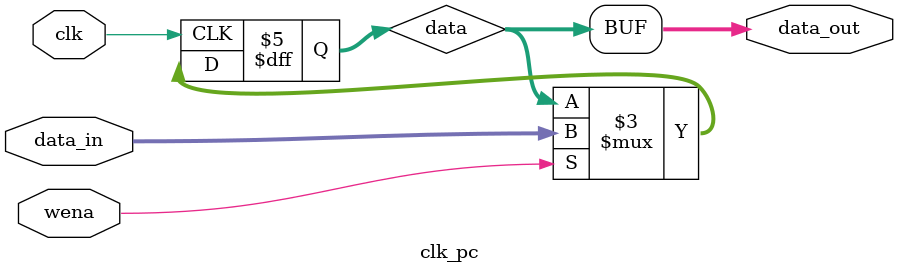
<source format=v>
module clk_pc(
    input clk,
    input wena,
    input [31:0] data_in,
    output [31:0] data_out
    );
    
    reg [31:0] data;

initial 
begin
data=32'h00000000;
end


    always @(posedge clk) 
    if(wena)
    data[31:0]<=data_in[31:0];       //enable ,input 
 
    assign data_out    =   data;
    
endmodule

</source>
